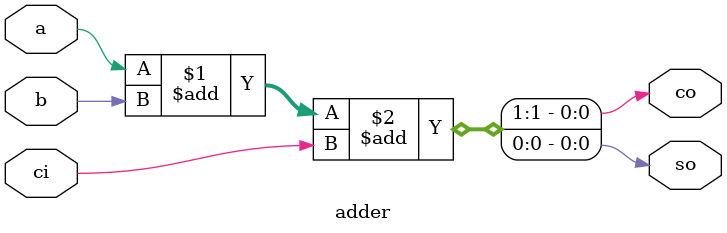
<source format=v>
module adder(a,b,ci,so,co);
    input a,b,ci;
    output so,co;
    assign {co,so} = a+b+ci;
endmodule
</source>
